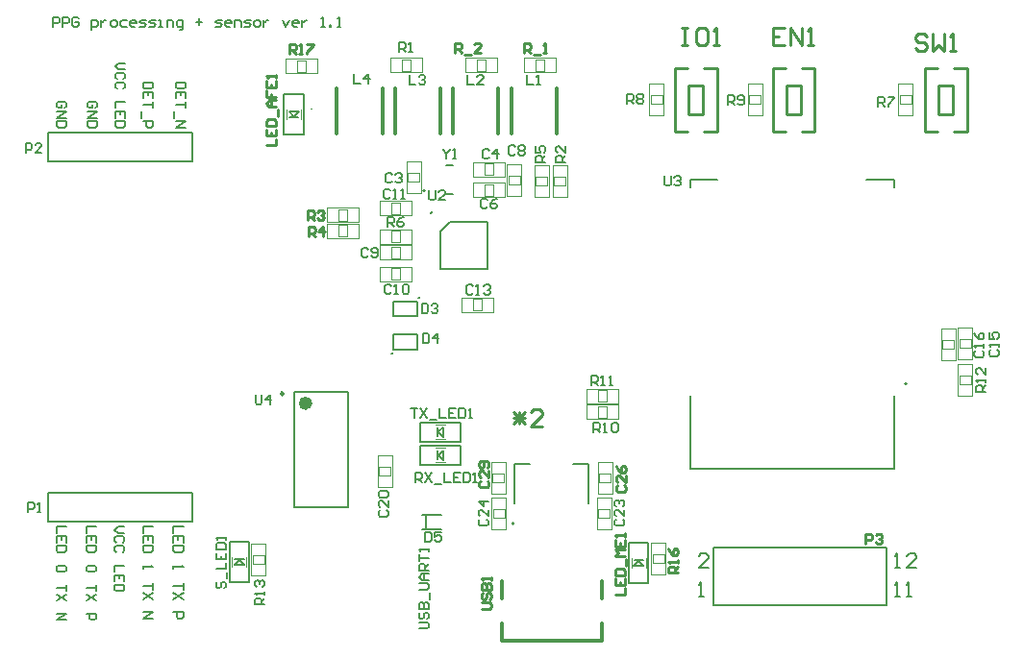
<source format=gto>
G04*
G04 #@! TF.GenerationSoftware,Altium Limited,Altium Designer,22.4.2 (48)*
G04*
G04 Layer_Color=65535*
%FSTAX24Y24*%
%MOIN*%
G70*
G04*
G04 #@! TF.SameCoordinates,36F0A17D-9E63-4542-9A5D-60F15C5BBE16*
G04*
G04*
G04 #@! TF.FilePolarity,Positive*
G04*
G01*
G75*
%ADD10C,0.0079*%
%ADD11C,0.0100*%
%ADD12C,0.0098*%
%ADD13C,0.0236*%
%ADD14C,0.0118*%
%ADD15C,0.0050*%
%ADD16C,0.0040*%
%ADD17C,0.0039*%
%ADD18C,0.0080*%
D10*
X062412Y03018D02*
G03*
X062412Y03018I-000039J0D01*
G01*
X048799Y025338D02*
G03*
X048799Y025338I-000039J0D01*
G01*
X045719Y036885D02*
G03*
X045719Y036885I-000039J0D01*
G01*
X046346Y027537D02*
Y027871D01*
X04615Y027556D02*
Y027871D01*
X046189Y027714D02*
X046346Y027871D01*
X046189Y027694D02*
X046346Y027537D01*
Y028344D02*
Y028678D01*
X04615Y028363D02*
Y028678D01*
X046189Y028521D02*
X046346Y028678D01*
X046189Y028501D02*
X046346Y028344D01*
X052941Y023875D02*
X053276D01*
X052961Y024072D02*
X053276D01*
X053118Y024033D02*
X053276Y023875D01*
X052941D02*
X053098Y024033D01*
X039102Y023915D02*
X039437D01*
X039122Y024111D02*
X039437D01*
X03928Y024072D02*
X039437Y023915D01*
X039102D02*
X03926Y024072D01*
X041169Y039485D02*
X041327Y039643D01*
X040992D02*
X04115Y039485D01*
X04176Y039741D02*
Y039741D01*
X040992Y039446D02*
X041307D01*
X040992Y039643D02*
X041327D01*
X055697Y022489D02*
X061697D01*
Y024489D01*
X055697D02*
X061697D01*
X055697Y022489D02*
Y024489D01*
X032628Y037896D02*
Y038896D01*
X037628D01*
X032628Y037896D02*
X037628D01*
Y038896D01*
X032624Y025416D02*
Y026416D01*
X037624D01*
X032624Y025416D02*
X037624D01*
Y026416D01*
X046252Y034178D02*
Y035475D01*
Y034178D02*
X047878D01*
Y035804D01*
X04658D02*
X047878D01*
X046252Y035475D02*
X04658Y035804D01*
X044597Y031381D02*
X045443D01*
X044597D02*
Y031893D01*
X045443D01*
Y031381D02*
Y031893D01*
X044597Y033034D02*
X045443D01*
Y032523D02*
Y033034D01*
X044597Y032523D02*
X045443D01*
X044597D02*
Y033034D01*
X041171Y025889D02*
Y029904D01*
X043042Y025889D02*
Y029904D01*
X041171D02*
X043042D01*
X041171Y025889D02*
X043042D01*
X034305Y025225D02*
X03397D01*
Y025002D01*
X034305Y024667D02*
Y02489D01*
X03397D01*
Y024667D01*
X034138Y02489D02*
Y024779D01*
X034305Y024556D02*
X03397D01*
Y024389D01*
X034026Y024333D01*
X034249D01*
X034305Y024389D01*
Y024556D01*
X034249Y023887D02*
X034305Y023831D01*
Y023719D01*
X034249Y023664D01*
X034026D01*
X03397Y023719D01*
Y023831D01*
X034026Y023887D01*
X034249D01*
X034305Y023218D02*
Y022995D01*
Y023106D01*
X03397D01*
X034305Y022883D02*
X03397Y02266D01*
X034305D02*
X03397Y022883D01*
Y022214D02*
X034305D01*
Y022047D01*
X034249Y021991D01*
X034138D01*
X034082Y022047D01*
Y022214D01*
X035283Y025225D02*
X03506D01*
X034949Y025113D01*
X03506Y025002D01*
X035283D01*
X035228Y024667D02*
X035283Y024723D01*
Y024835D01*
X035228Y02489D01*
X035005D01*
X034949Y024835D01*
Y024723D01*
X035005Y024667D01*
X035228Y024333D02*
X035283Y024389D01*
Y0245D01*
X035228Y024556D01*
X035005D01*
X034949Y0245D01*
Y024389D01*
X035005Y024333D01*
X035283Y023887D02*
X034949D01*
Y023664D01*
X035283Y023329D02*
Y023552D01*
X034949D01*
Y023329D01*
X035116Y023552D02*
Y023441D01*
X035283Y023218D02*
X034949D01*
Y02305D01*
X035005Y022995D01*
X035228D01*
X035283Y02305D01*
Y023218D01*
X03626Y025225D02*
X035926D01*
Y025002D01*
X03626Y024667D02*
Y02489D01*
X035926D01*
Y024667D01*
X036093Y02489D02*
Y024779D01*
X03626Y024556D02*
X035926D01*
Y024389D01*
X035981Y024333D01*
X036204D01*
X03626Y024389D01*
Y024556D01*
X035926Y023887D02*
Y023775D01*
Y023831D01*
X03626D01*
X036204Y023887D01*
X03626Y023273D02*
Y02305D01*
Y023162D01*
X035926D01*
X03626Y022939D02*
X035926Y022716D01*
X03626D02*
X035926Y022939D01*
Y02227D02*
X03626D01*
X035926Y022047D01*
X03626D01*
X033268Y025225D02*
X032933D01*
Y025002D01*
X033268Y024667D02*
Y02489D01*
X032933D01*
Y024667D01*
X033101Y02489D02*
Y024779D01*
X033268Y024556D02*
X032933D01*
Y024389D01*
X032989Y024333D01*
X033212D01*
X033268Y024389D01*
Y024556D01*
X033212Y023887D02*
X033268Y023831D01*
Y023719D01*
X033212Y023664D01*
X032989D01*
X032933Y023719D01*
Y023831D01*
X032989Y023887D01*
X033212D01*
X033268Y023218D02*
Y022995D01*
Y023106D01*
X032933D01*
X033268Y022883D02*
X032933Y02266D01*
X033268D02*
X032933Y022883D01*
Y022214D02*
X033268D01*
X032933Y021991D01*
X033268D01*
X037323Y025225D02*
X036989D01*
Y025002D01*
X037323Y024667D02*
Y02489D01*
X036989D01*
Y024667D01*
X037156Y02489D02*
Y024779D01*
X037323Y024556D02*
X036989D01*
Y024389D01*
X037044Y024333D01*
X037267D01*
X037323Y024389D01*
Y024556D01*
X036989Y023887D02*
Y023775D01*
Y023831D01*
X037323D01*
X037267Y023887D01*
X037323Y023273D02*
Y02305D01*
Y023162D01*
X036989D01*
X037323Y022939D02*
X036989Y022716D01*
X037323D02*
X036989Y022939D01*
Y02227D02*
X037323D01*
Y022103D01*
X037267Y022047D01*
X037156D01*
X0371Y022103D01*
Y02227D01*
X035303Y041316D02*
X03508D01*
X034969Y041205D01*
X03508Y041093D01*
X035303D01*
X035247Y040759D02*
X035303Y040814D01*
Y040926D01*
X035247Y040982D01*
X035024D01*
X034969Y040926D01*
Y040814D01*
X035024Y040759D01*
X035247Y040424D02*
X035303Y04048D01*
Y040591D01*
X035247Y040647D01*
X035024D01*
X034969Y040591D01*
Y04048D01*
X035024Y040424D01*
X035303Y039978D02*
X034969D01*
Y039755D01*
X035303Y03942D02*
Y039643D01*
X034969D01*
Y03942D01*
X035136Y039643D02*
Y039532D01*
X035303Y039309D02*
X034969D01*
Y039142D01*
X035024Y039086D01*
X035247D01*
X035303Y039142D01*
Y039309D01*
X034283Y039755D02*
X034338Y039811D01*
Y039922D01*
X034283Y039978D01*
X03406D01*
X034004Y039922D01*
Y039811D01*
X03406Y039755D01*
X034171D01*
Y039866D01*
X034004Y039643D02*
X034338D01*
X034004Y03942D01*
X034338D01*
Y039309D02*
X034004D01*
Y039142D01*
X03406Y039086D01*
X034283D01*
X034338Y039142D01*
Y039309D01*
X03322Y039755D02*
X033275Y039811D01*
Y039922D01*
X03322Y039978D01*
X032997D01*
X032941Y039922D01*
Y039811D01*
X032997Y039755D01*
X033108D01*
Y039866D01*
X032941Y039643D02*
X033275D01*
X032941Y03942D01*
X033275D01*
Y039309D02*
X032941D01*
Y039142D01*
X032997Y039086D01*
X03322D01*
X033275Y039142D01*
Y039309D01*
X036268Y040647D02*
X035933D01*
Y04048D01*
X035989Y040424D01*
X036212D01*
X036268Y04048D01*
Y040647D01*
Y04009D02*
Y040313D01*
X035933D01*
Y04009D01*
X0361Y040313D02*
Y040201D01*
X036268Y039978D02*
Y039755D01*
Y039866D01*
X035933D01*
X035877Y039643D02*
Y03942D01*
X035933Y039309D02*
X036268D01*
Y039142D01*
X036212Y039086D01*
X0361D01*
X036045Y039142D01*
Y039309D01*
X037409Y040647D02*
X037075D01*
Y04048D01*
X037131Y040424D01*
X037354D01*
X037409Y04048D01*
Y040647D01*
Y04009D02*
Y040313D01*
X037075D01*
Y04009D01*
X037242Y040313D02*
Y040201D01*
X037409Y039978D02*
Y039755D01*
Y039866D01*
X037075D01*
X037019Y039643D02*
Y03942D01*
X037075Y039309D02*
X037409D01*
X037075Y039086D01*
X037409D01*
X032803Y042576D02*
Y042911D01*
X03297D01*
X033026Y042855D01*
Y042743D01*
X03297Y042688D01*
X032803D01*
X033138Y042576D02*
Y042911D01*
X033305D01*
X033361Y042855D01*
Y042743D01*
X033305Y042688D01*
X033138D01*
X033695Y042855D02*
X03364Y042911D01*
X033528D01*
X033472Y042855D01*
Y042632D01*
X033528Y042576D01*
X03364D01*
X033695Y042632D01*
Y042743D01*
X033584D01*
X034141Y042464D02*
Y042799D01*
X034309D01*
X034364Y042743D01*
Y042632D01*
X034309Y042576D01*
X034141D01*
X034476Y042799D02*
Y042576D01*
Y042688D01*
X034532Y042743D01*
X034587Y042799D01*
X034643D01*
X034866Y042576D02*
X034978D01*
X035033Y042632D01*
Y042743D01*
X034978Y042799D01*
X034866D01*
X03481Y042743D01*
Y042632D01*
X034866Y042576D01*
X035368Y042799D02*
X035201D01*
X035145Y042743D01*
Y042632D01*
X035201Y042576D01*
X035368D01*
X035647D02*
X035535D01*
X035479Y042632D01*
Y042743D01*
X035535Y042799D01*
X035647D01*
X035702Y042743D01*
Y042688D01*
X035479D01*
X035814Y042576D02*
X035981D01*
X036037Y042632D01*
X035981Y042688D01*
X03587D01*
X035814Y042743D01*
X03587Y042799D01*
X036037D01*
X036149Y042576D02*
X036316D01*
X036372Y042632D01*
X036316Y042688D01*
X036204D01*
X036149Y042743D01*
X036204Y042799D01*
X036372D01*
X036483Y042576D02*
X036595D01*
X036539D01*
Y042799D01*
X036483D01*
X036762Y042576D02*
Y042799D01*
X036929D01*
X036985Y042743D01*
Y042576D01*
X037208Y042464D02*
X037264D01*
X037319Y04252D01*
Y042799D01*
X037152D01*
X037096Y042743D01*
Y042632D01*
X037152Y042576D01*
X037319D01*
X037765Y042743D02*
X037988D01*
X037877Y042855D02*
Y042632D01*
X038435Y042576D02*
X038602D01*
X038658Y042632D01*
X038602Y042688D01*
X03849D01*
X038435Y042743D01*
X03849Y042799D01*
X038658D01*
X038936Y042576D02*
X038825D01*
X038769Y042632D01*
Y042743D01*
X038825Y042799D01*
X038936D01*
X038992Y042743D01*
Y042688D01*
X038769D01*
X039104Y042576D02*
Y042799D01*
X039271D01*
X039327Y042743D01*
Y042576D01*
X039438D02*
X039605D01*
X039661Y042632D01*
X039605Y042688D01*
X039494D01*
X039438Y042743D01*
X039494Y042799D01*
X039661D01*
X039828Y042576D02*
X03994D01*
X039996Y042632D01*
Y042743D01*
X03994Y042799D01*
X039828D01*
X039773Y042743D01*
Y042632D01*
X039828Y042576D01*
X040107Y042799D02*
Y042576D01*
Y042688D01*
X040163Y042743D01*
X040219Y042799D01*
X040275D01*
X040776D02*
X040888Y042576D01*
X040999Y042799D01*
X041278Y042576D02*
X041167D01*
X041111Y042632D01*
Y042743D01*
X041167Y042799D01*
X041278D01*
X041334Y042743D01*
Y042688D01*
X041111D01*
X041445Y042799D02*
Y042576D01*
Y042688D01*
X041501Y042743D01*
X041557Y042799D01*
X041613D01*
X042114Y042576D02*
X042226D01*
X04217D01*
Y042911D01*
X042114Y042855D01*
X042393Y042576D02*
Y042632D01*
X042449D01*
Y042576D01*
X042393D01*
X042672D02*
X042784D01*
X042728D01*
Y042911D01*
X042672Y042855D01*
X052721Y039909D02*
Y040243D01*
X052888D01*
X052944Y040188D01*
Y040076D01*
X052888Y04002D01*
X052721D01*
X052833D02*
X052944Y039909D01*
X053056Y040188D02*
X053112Y040243D01*
X053223D01*
X053279Y040188D01*
Y040132D01*
X053223Y040076D01*
X053279Y04002D01*
Y039964D01*
X053223Y039909D01*
X053112D01*
X053056Y039964D01*
Y04002D01*
X053112Y040076D01*
X053056Y040132D01*
Y040188D01*
X053112Y040076D02*
X053223D01*
X061422Y03981D02*
Y040145D01*
X061589D01*
X061645Y040089D01*
Y039978D01*
X061589Y039922D01*
X061422D01*
X061534D02*
X061645Y03981D01*
X061757Y040145D02*
X06198D01*
Y040089D01*
X061757Y039866D01*
Y03981D01*
X031942Y025727D02*
Y026062D01*
X032109D01*
X032165Y026006D01*
Y025895D01*
X032109Y025839D01*
X031942D01*
X032276Y025727D02*
X032388D01*
X032332D01*
Y026062D01*
X032276Y026006D01*
X031858Y038206D02*
Y03854D01*
X032026D01*
X032081Y038485D01*
Y038373D01*
X032026Y038317D01*
X031858D01*
X032416Y038206D02*
X032193D01*
X032416Y038429D01*
Y038485D01*
X03236Y03854D01*
X032249D01*
X032193Y038485D01*
X045855Y036895D02*
Y036616D01*
X04591Y036561D01*
X046022D01*
X046078Y036616D01*
Y036895D01*
X046412Y036561D02*
X046189D01*
X046412Y036784D01*
Y036839D01*
X046357Y036895D01*
X046245D01*
X046189Y036839D01*
X038521Y023316D02*
X038465Y023261D01*
Y023149D01*
X038521Y023093D01*
X038576D01*
X038632Y023149D01*
Y023261D01*
X038688Y023316D01*
X038744D01*
X038799Y023261D01*
Y023149D01*
X038744Y023093D01*
X038855Y023428D02*
Y023651D01*
X038465Y023763D02*
X038799D01*
Y023986D01*
X038465Y02432D02*
Y024097D01*
X038799D01*
Y02432D01*
X038632Y024097D02*
Y024209D01*
X038465Y024432D02*
X038799D01*
Y024599D01*
X038744Y024655D01*
X038521D01*
X038465Y024599D01*
Y024432D01*
X038799Y024766D02*
Y024878D01*
Y024822D01*
X038465D01*
X038521Y024766D01*
X046339Y038349D02*
Y038294D01*
X04645Y038182D01*
X046562Y038294D01*
Y038349D01*
X04645Y038182D02*
Y038015D01*
X046673D02*
X046785D01*
X046729D01*
Y038349D01*
X046673Y038294D01*
X045492Y021696D02*
X045771D01*
X045827Y021752D01*
Y021863D01*
X045771Y021919D01*
X045492D01*
X045548Y022253D02*
X045492Y022198D01*
Y022086D01*
X045548Y02203D01*
X045604D01*
X04566Y022086D01*
Y022198D01*
X045715Y022253D01*
X045771D01*
X045827Y022198D01*
Y022086D01*
X045771Y02203D01*
X045492Y022365D02*
X045827D01*
Y022532D01*
X045771Y022588D01*
X045715D01*
X04566Y022532D01*
Y022365D01*
Y022532D01*
X045604Y022588D01*
X045548D01*
X045492Y022532D01*
Y022365D01*
X045883Y022699D02*
Y022922D01*
X045492Y023034D02*
X045771D01*
X045827Y02309D01*
Y023201D01*
X045771Y023257D01*
X045492D01*
X045827Y023369D02*
X045604D01*
X045492Y02348D01*
X045604Y023592D01*
X045827D01*
X04566D01*
Y023369D01*
X045827Y023703D02*
X045492D01*
Y02387D01*
X045548Y023926D01*
X04566D01*
X045715Y02387D01*
Y023703D01*
Y023815D02*
X045827Y023926D01*
X045492Y024038D02*
Y024261D01*
Y024149D01*
X045827D01*
Y024372D02*
Y024484D01*
Y024428D01*
X045492D01*
X045548Y024372D01*
X039823Y029806D02*
Y029527D01*
X039879Y029471D01*
X03999D01*
X040046Y029527D01*
Y029806D01*
X040325Y029471D02*
Y029806D01*
X040158Y029639D01*
X040381D01*
X054004Y037399D02*
Y03712D01*
X05406Y037064D01*
X054171D01*
X054227Y03712D01*
Y037399D01*
X054338Y037343D02*
X054394Y037399D01*
X054506D01*
X054562Y037343D01*
Y037287D01*
X054506Y037231D01*
X05445D01*
X054506D01*
X054562Y037176D01*
Y03712D01*
X054506Y037064D01*
X054394D01*
X054338Y03712D01*
X045217Y029334D02*
X04544D01*
X045328D01*
Y028999D01*
X045551Y029334D02*
X045774Y028999D01*
Y029334D02*
X045551Y028999D01*
X045886Y028943D02*
X046109D01*
X04622Y029334D02*
Y028999D01*
X046443D01*
X046778Y029334D02*
X046555D01*
Y028999D01*
X046778D01*
X046555Y029166D02*
X046666D01*
X046889Y029334D02*
Y028999D01*
X047057D01*
X047112Y029055D01*
Y029278D01*
X047057Y029334D01*
X046889D01*
X047224Y028999D02*
X047335D01*
X04728D01*
Y029334D01*
X047224Y029278D01*
X045374Y026775D02*
Y027109D01*
X045541D01*
X045597Y027053D01*
Y026942D01*
X045541Y026886D01*
X045374D01*
X045486D02*
X045597Y026775D01*
X045709Y027109D02*
X045932Y026775D01*
Y027109D02*
X045709Y026775D01*
X046043Y026719D02*
X046266D01*
X046378Y027109D02*
Y026775D01*
X046601D01*
X046935Y027109D02*
X046712D01*
Y026775D01*
X046935D01*
X046712Y026942D02*
X046824D01*
X047047Y027109D02*
Y026775D01*
X047214D01*
X04727Y02683D01*
Y027053D01*
X047214Y027109D01*
X047047D01*
X047381Y026775D02*
X047493D01*
X047437D01*
Y027109D01*
X047381Y027053D01*
X040138Y022523D02*
X039803D01*
Y02269D01*
X039859Y022746D01*
X039971D01*
X040026Y02269D01*
Y022523D01*
Y022634D02*
X040138Y022746D01*
Y022857D02*
Y022969D01*
Y022913D01*
X039803D01*
X039859Y022857D01*
Y023136D02*
X039803Y023192D01*
Y023303D01*
X039859Y023359D01*
X039915D01*
X039971Y023303D01*
Y023247D01*
Y023303D01*
X040026Y023359D01*
X040082D01*
X040138Y023303D01*
Y023192D01*
X040082Y023136D01*
X056209Y039859D02*
Y040194D01*
X056376D01*
X056432Y040138D01*
Y040027D01*
X056376Y039971D01*
X056209D01*
X05632D02*
X056432Y039859D01*
X056543Y039915D02*
X056599Y039859D01*
X05671D01*
X056766Y039915D01*
Y040138D01*
X05671Y040194D01*
X056599D01*
X056543Y040138D01*
Y040082D01*
X056599Y040027D01*
X056766D01*
X065146Y029899D02*
X064811D01*
Y030066D01*
X064867Y030122D01*
X064978D01*
X065034Y030066D01*
Y029899D01*
Y03001D02*
X065146Y030122D01*
Y030233D02*
Y030345D01*
Y030289D01*
X064811D01*
X064867Y030233D01*
X065146Y030735D02*
Y030512D01*
X064923Y030735D01*
X064867D01*
X064811Y030679D01*
Y030568D01*
X064867Y030512D01*
X051477Y030121D02*
Y030456D01*
X051644D01*
X0517Y0304D01*
Y030288D01*
X051644Y030233D01*
X051477D01*
X051588D02*
X0517Y030121D01*
X051811D02*
X051923D01*
X051867D01*
Y030456D01*
X051811Y0304D01*
X05209Y030121D02*
X052201D01*
X052146D01*
Y030456D01*
X05209Y0304D01*
X051555Y028507D02*
Y028841D01*
X051723D01*
X051778Y028786D01*
Y028674D01*
X051723Y028618D01*
X051555D01*
X051667D02*
X051778Y028507D01*
X05189D02*
X052001D01*
X051946D01*
Y028841D01*
X05189Y028786D01*
X052169D02*
X052224Y028841D01*
X052336D01*
X052392Y028786D01*
Y028563D01*
X052336Y028507D01*
X052224D01*
X052169Y028563D01*
Y028786D01*
X04441Y035653D02*
Y035987D01*
X044577D01*
X044633Y035931D01*
Y03582D01*
X044577Y035764D01*
X04441D01*
X044521D02*
X044633Y035653D01*
X044967Y035987D02*
X044856Y035931D01*
X044744Y03582D01*
Y035708D01*
X0448Y035653D01*
X044911D01*
X044967Y035708D01*
Y035764D01*
X044911Y03582D01*
X044744D01*
X049882Y037877D02*
X049548D01*
Y038044D01*
X049603Y0381D01*
X049715D01*
X049771Y038044D01*
Y037877D01*
Y037988D02*
X049882Y0381D01*
X049548Y038434D02*
Y038211D01*
X049715D01*
X049659Y038323D01*
Y038379D01*
X049715Y038434D01*
X049826D01*
X049882Y038379D01*
Y038267D01*
X049826Y038211D01*
X050571Y037877D02*
X050236D01*
Y038044D01*
X050292Y0381D01*
X050404D01*
X05046Y038044D01*
Y037877D01*
Y037988D02*
X050571Y0381D01*
Y038434D02*
Y038211D01*
X050348Y038434D01*
X050292D01*
X050236Y038379D01*
Y038267D01*
X050292Y038211D01*
X044811Y04169D02*
Y042025D01*
X044978D01*
X045034Y041969D01*
Y041857D01*
X044978Y041802D01*
X044811D01*
X044923D02*
X045034Y04169D01*
X045146D02*
X045257D01*
X045201D01*
Y042025D01*
X045146Y041969D01*
X043248Y040948D02*
Y040613D01*
X043471D01*
X04375D02*
Y040948D01*
X043583Y04078D01*
X043806D01*
X045158Y040908D02*
Y040574D01*
X045381D01*
X045492Y040853D02*
X045548Y040908D01*
X045659D01*
X045715Y040853D01*
Y040797D01*
X045659Y040741D01*
X045604D01*
X045659D01*
X045715Y040685D01*
Y04063D01*
X045659Y040574D01*
X045548D01*
X045492Y04063D01*
X047185Y040908D02*
Y040574D01*
X047408D01*
X047743D02*
X04752D01*
X047743Y040797D01*
Y040853D01*
X047687Y040908D01*
X047575D01*
X04752Y040853D01*
X049252Y040889D02*
Y040554D01*
X049475D01*
X049587D02*
X049698D01*
X049642D01*
Y040889D01*
X049587Y040833D01*
X045709Y025042D02*
Y024708D01*
X045876D01*
X045932Y024763D01*
Y024986D01*
X045876Y025042D01*
X045709D01*
X046266D02*
X046043D01*
Y024875D01*
X046155Y024931D01*
X046211D01*
X046266Y024875D01*
Y024763D01*
X046211Y024708D01*
X046099D01*
X046043Y024763D01*
X04563Y031932D02*
Y031597D01*
X045797D01*
X045853Y031653D01*
Y031876D01*
X045797Y031932D01*
X04563D01*
X046132Y031597D02*
Y031932D01*
X045965Y031765D01*
X046188D01*
X045591Y032975D02*
Y032641D01*
X045758D01*
X045814Y032696D01*
Y032919D01*
X045758Y032975D01*
X045591D01*
X045925Y032919D02*
X045981Y032975D01*
X046093D01*
X046148Y032919D01*
Y032864D01*
X046093Y032808D01*
X046037D01*
X046093D01*
X046148Y032752D01*
Y032696D01*
X046093Y032641D01*
X045981D01*
X045925Y032696D01*
X047615Y025482D02*
X047559Y025426D01*
Y025315D01*
X047615Y025259D01*
X047838D01*
X047894Y025315D01*
Y025426D01*
X047838Y025482D01*
X047894Y025816D02*
Y025593D01*
X047671Y025816D01*
X047615D01*
X047559Y025761D01*
Y025649D01*
X047615Y025593D01*
X047894Y026095D02*
X047559D01*
X047727Y025928D01*
Y026151D01*
X052339Y025482D02*
X052284Y025426D01*
Y025315D01*
X052339Y025259D01*
X052563D01*
X052618Y025315D01*
Y025426D01*
X052563Y025482D01*
X052618Y025816D02*
Y025593D01*
X052395Y025816D01*
X052339D01*
X052284Y025761D01*
Y025649D01*
X052339Y025593D01*
Y025928D02*
X052284Y025984D01*
Y026095D01*
X052339Y026151D01*
X052395D01*
X052451Y026095D01*
Y026039D01*
Y026095D01*
X052507Y026151D01*
X052563D01*
X052618Y026095D01*
Y025984D01*
X052563Y025928D01*
X044151Y025797D02*
X044095Y025741D01*
Y02563D01*
X044151Y025574D01*
X044374D01*
X044429Y02563D01*
Y025741D01*
X044374Y025797D01*
X044429Y026131D02*
Y025908D01*
X044206Y026131D01*
X044151D01*
X044095Y026076D01*
Y025964D01*
X044151Y025908D01*
Y026243D02*
X044095Y026299D01*
Y02641D01*
X044151Y026466D01*
X044374D01*
X044429Y02641D01*
Y026299D01*
X044374Y026243D01*
X044151D01*
X0648Y031334D02*
X064744Y031279D01*
Y031167D01*
X0648Y031111D01*
X065023D01*
X065078Y031167D01*
Y031279D01*
X065023Y031334D01*
X065078Y031446D02*
Y031557D01*
Y031502D01*
X064744D01*
X0648Y031446D01*
X064744Y031948D02*
X0648Y031836D01*
X064911Y031725D01*
X065023D01*
X065078Y03178D01*
Y031892D01*
X065023Y031948D01*
X064967D01*
X064911Y031892D01*
Y031725D01*
X06532Y031363D02*
X065264Y031307D01*
Y031196D01*
X06532Y03114D01*
X065543D01*
X065598Y031196D01*
Y031307D01*
X065543Y031363D01*
X065598Y031475D02*
Y031586D01*
Y03153D01*
X065264D01*
X06532Y031475D01*
X065264Y031976D02*
Y031753D01*
X065431D01*
X065375Y031865D01*
Y031921D01*
X065431Y031976D01*
X065543D01*
X065598Y031921D01*
Y031809D01*
X065543Y031753D01*
X047363Y033565D02*
X047307Y033621D01*
X047195D01*
X04714Y033565D01*
Y033342D01*
X047195Y033286D01*
X047307D01*
X047363Y033342D01*
X047474Y033286D02*
X047586D01*
X04753D01*
Y033621D01*
X047474Y033565D01*
X047753D02*
X047809Y033621D01*
X04792D01*
X047976Y033565D01*
Y033509D01*
X04792Y033453D01*
X047864D01*
X04792D01*
X047976Y033398D01*
Y033342D01*
X04792Y033286D01*
X047809D01*
X047753Y033342D01*
X044495Y036896D02*
X044439Y036952D01*
X044328D01*
X044272Y036896D01*
Y036673D01*
X044328Y036617D01*
X044439D01*
X044495Y036673D01*
X044606Y036617D02*
X044718D01*
X044662D01*
Y036952D01*
X044606Y036896D01*
X044885Y036617D02*
X044997D01*
X044941D01*
Y036952D01*
X044885Y036896D01*
X044542Y033583D02*
X044486Y033639D01*
X044375D01*
X044319Y033583D01*
Y03336D01*
X044375Y033304D01*
X044486D01*
X044542Y03336D01*
X044653Y033304D02*
X044765D01*
X044709D01*
Y033639D01*
X044653Y033583D01*
X044932D02*
X044988Y033639D01*
X045099D01*
X045155Y033583D01*
Y03336D01*
X045099Y033304D01*
X044988D01*
X044932Y03336D01*
Y033583D01*
X043727Y034849D02*
X043671Y034904D01*
X04356D01*
X043504Y034849D01*
Y034626D01*
X04356Y03457D01*
X043671D01*
X043727Y034626D01*
X043839D02*
X043894Y03457D01*
X044006D01*
X044062Y034626D01*
Y034849D01*
X044006Y034904D01*
X043894D01*
X043839Y034849D01*
Y034793D01*
X043894Y034737D01*
X044062D01*
X048827Y038398D02*
X048771Y038454D01*
X04866D01*
X048604Y038398D01*
Y038175D01*
X04866Y038119D01*
X048771D01*
X048827Y038175D01*
X048938Y038398D02*
X048994Y038454D01*
X049106D01*
X049161Y038398D01*
Y038342D01*
X049106Y038287D01*
X049161Y038231D01*
Y038175D01*
X049106Y038119D01*
X048994D01*
X048938Y038175D01*
Y038231D01*
X048994Y038287D01*
X048938Y038342D01*
Y038398D01*
X048994Y038287D02*
X049106D01*
X047861Y036561D02*
X047805Y036617D01*
X047694D01*
X047638Y036561D01*
Y036338D01*
X047694Y036282D01*
X047805D01*
X047861Y036338D01*
X048196Y036617D02*
X048084Y036561D01*
X047972Y03645D01*
Y036338D01*
X048028Y036282D01*
X04814D01*
X048196Y036338D01*
Y036394D01*
X04814Y03645D01*
X047972D01*
X04794Y038274D02*
X047884Y03833D01*
X047772D01*
X047717Y038274D01*
Y038051D01*
X047772Y037995D01*
X047884D01*
X04794Y038051D01*
X048218Y037995D02*
Y03833D01*
X048051Y038162D01*
X048274D01*
X044573Y037441D02*
X044517Y037497D01*
X044406D01*
X04435Y037441D01*
Y037218D01*
X044406Y037162D01*
X044517D01*
X044573Y037218D01*
X044685Y037441D02*
X04474Y037497D01*
X044852D01*
X044908Y037441D01*
Y037385D01*
X044852Y03733D01*
X044796D01*
X044852D01*
X044908Y037274D01*
Y037218D01*
X044852Y037162D01*
X04474D01*
X044685Y037218D01*
D11*
X045942Y036138D02*
G03*
X045943Y036132I-000019J-000006D01*
G01*
X044569Y031243D02*
G03*
X044569Y031243I-000022J0D01*
G01*
X045514Y033172D02*
G03*
X045514Y033172I-000022J0D01*
G01*
X063038Y038932D02*
X063488D01*
X064048D02*
X064498D01*
X063518Y040542D02*
X064018D01*
X063518Y039542D02*
Y040542D01*
Y039542D02*
X064018D01*
Y040542D01*
X064498Y038932D02*
Y041152D01*
X063038Y038932D02*
Y041152D01*
X063488D01*
X064048D02*
X064498D01*
X057762Y038932D02*
X058212D01*
X058772D02*
X059222D01*
X058242Y040542D02*
X058742D01*
X058242Y039542D02*
Y040542D01*
Y039542D02*
X058742D01*
Y040542D01*
X059222Y038932D02*
Y041152D01*
X057762Y038932D02*
Y041152D01*
X058212D01*
X058772D02*
X059222D01*
X054369Y038932D02*
X054819D01*
X055379D02*
X055829D01*
X054849Y040542D02*
X055349D01*
X054849Y039542D02*
Y040542D01*
Y039542D02*
X055349D01*
Y040542D01*
X055829Y038932D02*
Y041152D01*
X054369Y038932D02*
Y041152D01*
X054819D01*
X055379D02*
X055829D01*
X063113Y042244D02*
X063014Y042344D01*
X062814D01*
X062714Y042244D01*
Y042144D01*
X062814Y042044D01*
X063014D01*
X063113Y041945D01*
Y041845D01*
X063014Y041745D01*
X062814D01*
X062714Y041845D01*
X063313Y042344D02*
Y041745D01*
X063513Y041945D01*
X063713Y041745D01*
Y042344D01*
X063913Y041745D02*
X064113D01*
X064013D01*
Y042344D01*
X063913Y042244D01*
X058173Y042522D02*
X057773D01*
Y041922D01*
X058173D01*
X057773Y042222D02*
X057973D01*
X058372Y041922D02*
Y042522D01*
X058772Y041922D01*
Y042522D01*
X058972Y041922D02*
X059172D01*
X059072D01*
Y042522D01*
X058972Y042422D01*
X048779Y029198D02*
X049178Y028799D01*
X048779D02*
X049178Y029198D01*
X048779Y028998D02*
X049178D01*
X048979Y028799D02*
Y029198D01*
X049778Y028699D02*
X049378D01*
X049778Y029098D01*
Y029198D01*
X049678Y029298D01*
X049478D01*
X049378Y029198D01*
X049134Y041656D02*
Y041991D01*
X049301D01*
X049357Y041935D01*
Y041824D01*
X049301Y041768D01*
X049134D01*
X049246D02*
X049357Y041656D01*
X049469Y041601D02*
X049692D01*
X049803Y041656D02*
X049915D01*
X049859D01*
Y041991D01*
X049803Y041935D01*
X046752Y041676D02*
Y042011D01*
X046919D01*
X046975Y041955D01*
Y041843D01*
X046919Y041788D01*
X046752D01*
X046864D02*
X046975Y041676D01*
X047087Y04162D02*
X04731D01*
X047644Y041676D02*
X047421D01*
X047644Y041899D01*
Y041955D01*
X047588Y042011D01*
X047477D01*
X047421Y041955D01*
X047658Y022365D02*
X047937D01*
X047992Y022421D01*
Y022532D01*
X047937Y022588D01*
X047658D01*
X047713Y022923D02*
X047658Y022867D01*
Y022755D01*
X047713Y0227D01*
X047769D01*
X047825Y022755D01*
Y022867D01*
X047881Y022923D01*
X047937D01*
X047992Y022867D01*
Y022755D01*
X047937Y0227D01*
X047658Y023034D02*
X047992D01*
Y023201D01*
X047937Y023257D01*
X047881D01*
X047825Y023201D01*
Y023034D01*
Y023201D01*
X047769Y023257D01*
X047713D01*
X047658Y023201D01*
Y023034D01*
X047992Y023369D02*
Y02348D01*
Y023424D01*
X047658D01*
X047713Y023369D01*
X054594Y042552D02*
X054797D01*
X054696D01*
Y041946D01*
X054594D01*
X054797D01*
X055403Y042552D02*
X055201D01*
X0551Y042451D01*
Y042047D01*
X055201Y041946D01*
X055403D01*
X055504Y042047D01*
Y042451D01*
X055403Y042552D01*
X055706Y041946D02*
X055908D01*
X055807D01*
Y042552D01*
X055706Y042451D01*
X041Y04165D02*
Y041985D01*
X041167D01*
X041223Y041929D01*
Y041817D01*
X041167Y041762D01*
X041D01*
X041112D02*
X041223Y04165D01*
X041335D02*
X041446D01*
X04139D01*
Y041985D01*
X041335Y041929D01*
X041613Y041985D02*
X041836D01*
Y041929D01*
X041613Y041706D01*
Y04165D01*
X054469Y023626D02*
X054134D01*
Y023793D01*
X05419Y023849D01*
X054301D01*
X054357Y023793D01*
Y023626D01*
Y023737D02*
X054469Y023849D01*
Y02396D02*
Y024072D01*
Y024016D01*
X054134D01*
X05419Y02396D01*
X054134Y024462D02*
X05419Y024351D01*
X054301Y024239D01*
X054413D01*
X054469Y024295D01*
Y024406D01*
X054413Y024462D01*
X054357D01*
X054301Y024406D01*
Y024239D01*
X041673Y035298D02*
Y035633D01*
X041841D01*
X041896Y035577D01*
Y035465D01*
X041841Y03541D01*
X041673D01*
X041785D02*
X041896Y035298D01*
X042175D02*
Y035633D01*
X042008Y035465D01*
X042231D01*
X041654Y035869D02*
Y036204D01*
X041821D01*
X041877Y036148D01*
Y036036D01*
X041821Y035981D01*
X041654D01*
X041765D02*
X041877Y035869D01*
X041988Y036148D02*
X042044Y036204D01*
X042156D01*
X042211Y036148D01*
Y036092D01*
X042156Y036036D01*
X0421D01*
X042156D01*
X042211Y035981D01*
Y035925D01*
X042156Y035869D01*
X042044D01*
X041988Y035925D01*
X052291Y022871D02*
X052626D01*
Y023094D01*
X052291Y023429D02*
Y023206D01*
X052626D01*
Y023429D01*
X052459Y023206D02*
Y023317D01*
X052291Y02354D02*
X052626D01*
Y023708D01*
X05257Y023763D01*
X052347D01*
X052291Y023708D01*
Y02354D01*
X052682Y023875D02*
Y024098D01*
X052626Y024209D02*
X052291D01*
X052403Y024321D01*
X052291Y024432D01*
X052626D01*
X052291Y024767D02*
Y024544D01*
X052626D01*
Y024767D01*
X052459Y024544D02*
Y024655D01*
X052626Y024878D02*
Y02499D01*
Y024934D01*
X052291D01*
X052347Y024878D01*
X040205Y038462D02*
X040539D01*
Y038685D01*
X040205Y039019D02*
Y038796D01*
X040539D01*
Y039019D01*
X040372Y038796D02*
Y038908D01*
X040205Y039131D02*
X040539D01*
Y039298D01*
X040484Y039354D01*
X040261D01*
X040205Y039298D01*
Y039131D01*
X040595Y039465D02*
Y039688D01*
X040539Y0398D02*
X040316D01*
X040205Y039911D01*
X040316Y040023D01*
X040539D01*
X040372D01*
Y0398D01*
X040205Y040358D02*
Y040135D01*
X040372D01*
Y040246D01*
Y040135D01*
X040539D01*
X040205Y040692D02*
Y040469D01*
X040539D01*
Y040692D01*
X040372Y040469D02*
Y040581D01*
X040539Y040804D02*
Y040915D01*
Y040859D01*
X040205D01*
X040261Y040804D01*
X047635Y02682D02*
X047579Y026765D01*
Y026653D01*
X047635Y026597D01*
X047858D01*
X047914Y026653D01*
Y026765D01*
X047858Y02682D01*
X047914Y027155D02*
Y026932D01*
X047691Y027155D01*
X047635D01*
X047579Y027099D01*
Y026988D01*
X047635Y026932D01*
X047858Y027266D02*
X047914Y027322D01*
Y027434D01*
X047858Y02749D01*
X047635D01*
X047579Y027434D01*
Y027322D01*
X047635Y027266D01*
X047691D01*
X047746Y027322D01*
Y02749D01*
X052379Y026663D02*
X052323Y026607D01*
Y026496D01*
X052379Y02644D01*
X052602D01*
X052658Y026496D01*
Y026607D01*
X052602Y026663D01*
X052658Y026997D02*
Y026774D01*
X052435Y026997D01*
X052379D01*
X052323Y026942D01*
Y02683D01*
X052379Y026774D01*
X052323Y027332D02*
X052379Y027221D01*
X05249Y027109D01*
X052602D01*
X052658Y027165D01*
Y027276D01*
X052602Y027332D01*
X052546D01*
X05249Y027276D01*
Y027109D01*
D12*
X040797Y029845D02*
G03*
X040797Y029845I-000049J0D01*
G01*
X060989Y024653D02*
Y024987D01*
X061156D01*
X061212Y024932D01*
Y02482D01*
X061156Y024764D01*
X060989D01*
X061323Y024932D02*
X061379Y024987D01*
X061491D01*
X061547Y024932D01*
Y024876D01*
X061491Y02482D01*
X061435D01*
X061491D01*
X061547Y024764D01*
Y024709D01*
X061491Y024653D01*
X061379D01*
X061323Y024709D01*
D13*
X041683Y029511D02*
G03*
X041683Y029511I-000118J0D01*
G01*
D14*
X051855Y021273D02*
Y021863D01*
X051855Y022739D02*
Y02333D01*
X048381Y021273D02*
X051855D01*
X048381D02*
Y021863D01*
X04838Y022739D02*
Y02333D01*
X044225Y038862D02*
Y039649D01*
Y040437D01*
X04265Y038862D02*
Y039649D01*
Y040437D01*
X04624Y038862D02*
Y039649D01*
Y040437D01*
X044666Y038862D02*
Y039649D01*
Y040437D01*
X048248Y038862D02*
Y039649D01*
Y040437D01*
X046673Y038862D02*
Y039649D01*
Y040437D01*
X050269Y038862D02*
Y039649D01*
Y040437D01*
X048695Y038862D02*
Y039649D01*
Y040437D01*
D15*
X05278Y023271D02*
X05345D01*
X05278D02*
Y024671D01*
X05345D01*
Y023271D02*
Y024671D01*
X054892Y027227D02*
Y029786D01*
Y027227D02*
X061979D01*
Y029786D01*
X054892Y037011D02*
Y037267D01*
X055856D01*
X061014D02*
X061979D01*
Y037011D02*
Y037267D01*
X048819Y026027D02*
Y027404D01*
X049351D01*
X050847D02*
X051378D01*
Y026027D02*
Y027404D01*
X040822Y03885D02*
Y04025D01*
Y03885D02*
X041492D01*
Y04025D01*
X040822D02*
X041492D01*
X045748Y025131D02*
Y025623D01*
X04626D01*
X045591D02*
X045748D01*
X045591Y025131D02*
X045748D01*
X04626D01*
X038942Y023299D02*
X039612D01*
X038942D02*
Y024699D01*
X039612D01*
Y023299D02*
Y024699D01*
X045539Y028045D02*
X046939D01*
X045539Y027375D02*
Y028045D01*
Y027375D02*
X046939D01*
Y028045D01*
X045539Y028845D02*
X046939D01*
X045539Y028175D02*
Y028845D01*
Y028175D02*
X046939D01*
Y028845D01*
X046449Y037759D02*
X046662D01*
X046449Y036775D02*
X046662D01*
D16*
X05336Y023801D02*
Y024141D01*
X05286Y023801D02*
Y024141D01*
X041412Y03938D02*
Y03972D01*
X040912Y03938D02*
Y03972D01*
X039522Y023829D02*
Y024169D01*
X039022Y023829D02*
Y024169D01*
X046069Y027455D02*
X046409D01*
X046069Y027955D02*
X046409D01*
X046069Y028255D02*
X046409D01*
X046069Y028755D02*
X046409D01*
D17*
X053549Y023557D02*
X054049D01*
Y024457D01*
Y024657D01*
X053549D02*
X054049D01*
X053549Y023557D02*
Y024657D01*
X053599Y023957D02*
X053999D01*
Y024257D01*
X053599D02*
X053999D01*
X053599Y023957D02*
Y024257D01*
X064637Y030182D02*
Y030482D01*
X064237Y030182D02*
X064637D01*
X064237D02*
Y030482D01*
X064637D01*
X064687Y029782D02*
Y030882D01*
X064187Y029782D02*
X064687D01*
X064187D02*
Y029982D01*
Y030882D01*
X064687D01*
X06212Y040606D02*
X06262D01*
X06212Y039706D02*
Y040606D01*
Y039506D02*
Y039706D01*
Y039506D02*
X06262D01*
Y040606D01*
X06217Y040206D02*
X06257D01*
X06217Y039906D02*
Y040206D01*
Y039906D02*
X06257D01*
Y040206D01*
X053478Y040606D02*
X053978D01*
X053478Y039706D02*
Y040606D01*
Y039506D02*
Y039706D01*
Y039506D02*
X053978D01*
Y040606D01*
X053528Y040206D02*
X053928D01*
X053528Y039906D02*
Y040206D01*
Y039906D02*
X053928D01*
Y040206D01*
X064637Y031422D02*
Y031722D01*
X064237Y031422D02*
X064637D01*
X064237D02*
Y031722D01*
X064637D01*
X064687Y031022D02*
Y032122D01*
X064187Y031022D02*
X064687D01*
X064187D02*
Y031222D01*
Y032122D01*
X064687D01*
X064046Y031413D02*
Y031713D01*
X063646Y031413D02*
X064046D01*
X063646D02*
Y031713D01*
X064046D01*
X064096Y031013D02*
Y032113D01*
X063596Y031013D02*
X064096D01*
X063596D02*
Y031213D01*
Y032113D01*
X064096D01*
X057354Y039906D02*
Y040206D01*
X056954Y039906D02*
X057354D01*
X056954D02*
Y040206D01*
X057354D01*
X057404Y039506D02*
Y040606D01*
X056904Y039506D02*
X057404D01*
X056904D02*
Y039706D01*
Y040606D01*
X057404D01*
X042704Y035695D02*
X043004D01*
Y035295D02*
Y035695D01*
X042704Y035295D02*
X043004D01*
X042704D02*
Y035695D01*
X042304Y035745D02*
X043404D01*
Y035245D02*
Y035745D01*
X043204Y035245D02*
X043404D01*
X042304D02*
X043204D01*
X042304D02*
Y035745D01*
X042704Y036246D02*
X043004D01*
Y035846D02*
Y036246D01*
X042704Y035846D02*
X043004D01*
X042704D02*
Y036246D01*
X042304Y036296D02*
X043404D01*
Y035796D02*
Y036296D01*
X043204Y035796D02*
X043404D01*
X042304D02*
X043204D01*
X042304D02*
Y036296D01*
X047783Y037821D02*
X048083D01*
Y037421D02*
Y037821D01*
X047783Y037421D02*
X048083D01*
X047783D02*
Y037821D01*
X047383Y037871D02*
X048483D01*
Y037371D02*
Y037871D01*
X048283Y037371D02*
X048483D01*
X047383D02*
X048283D01*
X047383D02*
Y037871D01*
X051749Y026762D02*
Y027062D01*
X052149D01*
Y026762D02*
Y027062D01*
X051749Y026762D02*
X052149D01*
X051699Y026362D02*
Y027462D01*
X052199D01*
Y027262D02*
Y027462D01*
Y026362D02*
Y027262D01*
X051699Y026362D02*
X052199D01*
X049555Y041043D02*
X049855D01*
X049555D02*
Y041443D01*
X049855D01*
Y041043D02*
Y041443D01*
X049155Y040993D02*
X050255D01*
X049155D02*
Y041493D01*
X049355D01*
X050255D01*
Y040993D02*
Y041493D01*
X047508Y041443D02*
X047808D01*
Y041043D02*
Y041443D01*
X047508Y041043D02*
X047808D01*
X047508D02*
Y041443D01*
X047108Y041493D02*
X048208D01*
Y040993D02*
Y041493D01*
X048008Y040993D02*
X048208D01*
X047108D02*
X048008D01*
X047108D02*
Y041493D01*
X041287Y041404D02*
X041587D01*
Y041004D02*
Y041404D01*
X041287Y041004D02*
X041587D01*
X041287D02*
Y041404D01*
X040887Y041454D02*
X041987D01*
Y040954D02*
Y041454D01*
X041787Y040954D02*
X041987D01*
X040887D02*
X041787D01*
X040887D02*
Y041454D01*
X047998Y026362D02*
X048498D01*
Y027262D01*
Y027462D01*
X047998D02*
X048498D01*
X047998Y026362D02*
Y027462D01*
X048048Y026762D02*
X048448D01*
Y027062D01*
X048048D02*
X048448D01*
X048048Y026762D02*
Y027062D01*
X048467Y025527D02*
Y025827D01*
X048067Y025527D02*
X048467D01*
X048067D02*
Y025827D01*
X048467D01*
X048517Y025127D02*
Y026227D01*
X048017Y025127D02*
X048517D01*
X048017D02*
Y025327D01*
Y026227D01*
X048517D01*
X052117Y025527D02*
Y025827D01*
X051717Y025527D02*
X052117D01*
X051717D02*
Y025827D01*
X052117D01*
X052167Y025127D02*
Y026227D01*
X051667Y025127D02*
X052167D01*
X051667D02*
Y025327D01*
Y026227D01*
X052167D01*
X044511Y026999D02*
Y027299D01*
X044111Y026999D02*
X044511D01*
X044111D02*
Y027299D01*
X044511D01*
X044561Y026599D02*
Y027699D01*
X044061Y026599D02*
X044561D01*
X044061D02*
Y026799D01*
Y027699D01*
X044561D01*
X039731Y023937D02*
Y024237D01*
X040131D01*
Y023937D02*
Y024237D01*
X039731Y023937D02*
X040131D01*
X039681Y023537D02*
Y024637D01*
X040181D01*
Y024437D02*
Y024637D01*
Y023537D02*
Y024437D01*
X039681Y023537D02*
X040181D01*
X050574Y037077D02*
Y037377D01*
X050174Y037077D02*
X050574D01*
X050174D02*
Y037377D01*
X050574D01*
X050624Y036677D02*
Y037777D01*
X050124Y036677D02*
X050624D01*
X050124D02*
Y036877D01*
Y037777D01*
X050624D01*
X049944Y037077D02*
Y037377D01*
X049544Y037077D02*
X049944D01*
X049544D02*
Y037377D01*
X049944D01*
X049994Y036677D02*
Y037777D01*
X049494Y036677D02*
X049994D01*
X049494D02*
Y036877D01*
Y037777D01*
X049994D01*
X045515Y037215D02*
Y037515D01*
X045115Y037215D02*
X045515D01*
X045115D02*
Y037515D01*
X045515D01*
X045565Y036815D02*
Y037915D01*
X045065Y036815D02*
X045565D01*
X045065D02*
Y037015D01*
Y037915D01*
X045565D01*
X047783Y037112D02*
X048083D01*
Y036712D02*
Y037112D01*
X047783Y036712D02*
X048083D01*
X047783D02*
Y037112D01*
X047383Y037162D02*
X048483D01*
Y036662D02*
Y037162D01*
X048283Y036662D02*
X048483D01*
X047383D02*
X048283D01*
X047383D02*
Y037162D01*
X05131Y028968D02*
Y029468D01*
Y028968D02*
X05221D01*
X05241D01*
Y029468D01*
X05131D02*
X05241D01*
X05171Y029018D02*
Y029418D01*
Y029018D02*
X05201D01*
Y029418D01*
X05171D02*
X05201D01*
X05131Y029518D02*
Y030018D01*
Y029518D02*
X05221D01*
X05241D01*
Y030018D01*
X05131D02*
X05241D01*
X05171Y029568D02*
Y029968D01*
Y029568D02*
X05201D01*
Y029968D01*
X05171D02*
X05201D01*
X046989Y032686D02*
Y033186D01*
Y032686D02*
X047889D01*
X048089D01*
Y033186D01*
X046989D02*
X048089D01*
X047389Y032736D02*
Y033136D01*
Y032736D02*
X047689D01*
Y033136D01*
X047389D02*
X047689D01*
X045255Y036032D02*
Y036532D01*
X044355D02*
X045255D01*
X044155D02*
X044355D01*
X044155Y036032D02*
Y036532D01*
Y036032D02*
X045255D01*
X044855Y036082D02*
Y036482D01*
X044555D02*
X044855D01*
X044555Y036082D02*
Y036482D01*
Y036082D02*
X044855D01*
X045255Y035048D02*
Y035548D01*
X044355D02*
X045255D01*
X044155D02*
X044355D01*
X044155Y035048D02*
Y035548D01*
Y035048D02*
X045255D01*
X044855Y035098D02*
Y035498D01*
X044555D02*
X044855D01*
X044555Y035098D02*
Y035498D01*
Y035098D02*
X044855D01*
X045255Y033749D02*
Y034249D01*
X044355D02*
X045255D01*
X044155D02*
X044355D01*
X044155Y033749D02*
Y034249D01*
Y033749D02*
X045255D01*
X044855Y033799D02*
Y034199D01*
X044555D02*
X044855D01*
X044555Y033799D02*
Y034199D01*
Y033799D02*
X044855D01*
X044509Y040993D02*
Y041493D01*
Y040993D02*
X045409D01*
X045609D01*
Y041493D01*
X044509D02*
X045609D01*
X044909Y041043D02*
Y041443D01*
Y041043D02*
X045209D01*
Y041443D01*
X044909D02*
X045209D01*
X045255Y034497D02*
Y034997D01*
X044355D02*
X045255D01*
X044155D02*
X044355D01*
X044155Y034497D02*
Y034997D01*
Y034497D02*
X045255D01*
X044855Y034547D02*
Y034947D01*
X044555D02*
X044855D01*
X044555Y034547D02*
Y034947D01*
Y034547D02*
X044855D01*
X048549Y037817D02*
X049049D01*
X048549Y036917D02*
Y037817D01*
Y036717D02*
Y036917D01*
Y036717D02*
X049049D01*
Y037817D01*
X048599Y037417D02*
X048999D01*
X048599Y037117D02*
Y037417D01*
Y037117D02*
X048999D01*
Y037417D01*
D18*
X061997Y023789D02*
X062163D01*
X06208D01*
Y024289D01*
X061997Y024206D01*
X062747Y023789D02*
X062413D01*
X062747Y024123D01*
Y024206D01*
X062663Y024289D01*
X062497D01*
X062413Y024206D01*
X062397Y022789D02*
X062563D01*
X06248D01*
Y023289D01*
X062397Y023206D01*
X061997Y022789D02*
X062163D01*
X06208D01*
Y023289D01*
X061997Y023206D01*
X055197Y022789D02*
X055363D01*
X05528D01*
Y023289D01*
X055197Y023206D01*
X05553Y023789D02*
X055197D01*
X05553Y024123D01*
Y024206D01*
X055447Y024289D01*
X05528D01*
X055197Y024206D01*
M02*

</source>
